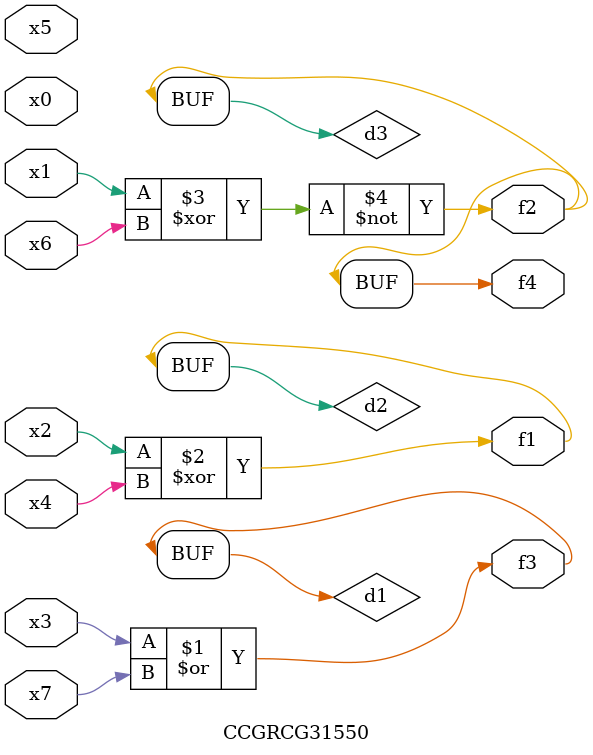
<source format=v>
module CCGRCG31550(
	input x0, x1, x2, x3, x4, x5, x6, x7,
	output f1, f2, f3, f4
);

	wire d1, d2, d3;

	or (d1, x3, x7);
	xor (d2, x2, x4);
	xnor (d3, x1, x6);
	assign f1 = d2;
	assign f2 = d3;
	assign f3 = d1;
	assign f4 = d3;
endmodule

</source>
